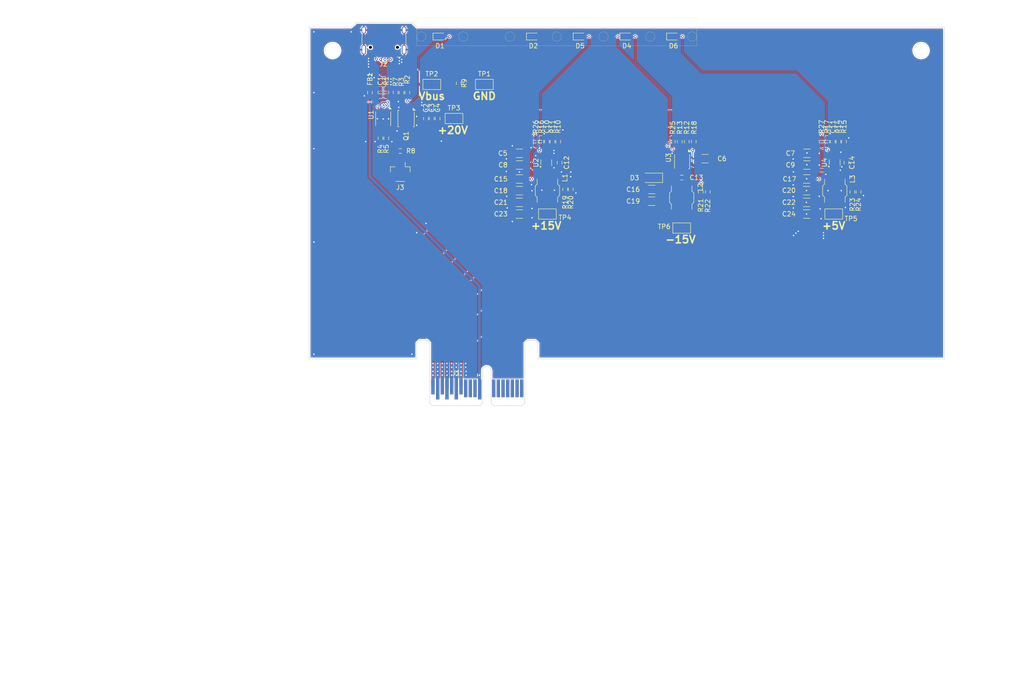
<source format=kicad_pcb>
(kicad_pcb (version 20241229) (generator "pcbnew") (generator_version "9.0")
  (title_block (title "Power Supply Module Reference PCB") (date "2025-08-12") (rev "A") (company "by Circuit Monkey") (comment 1 "for ASMR :: Advanced Synth Module Rack") (comment 2 "Slot Card Module Reference for a Power Supply"))
  (layers (0 "F.Cu" signal) (2 "B.Cu" signal) (13 "F.Paste" user) (15 "B.Paste" user) (5 "F.SilkS" user "F.Silkscreen") (7 "B.SilkS" user "B.Silkscreen") (1 "F.Mask" user) (3 "B.Mask" user) (25 "Edge.Cuts" user))
  (net 0 "")
  (net 1 "GND_CH")
  (net 2 "Net-(U1-Vin)")
  (net 3 "+20V")
  (net 4 "Net-(U2-SS)")
  (net 5 "Net-(U4-SS)")
  (net 6 "Net-(U2-SW)")
  (net 7 "Net-(U2-BST)")
  (net 8 "+5V")
  (net 9 "Net-(U4-BST)")
  (net 10 "+15V")
  (net 11 "Net-(D1-A)")
  (net 12 "Net-(D2-A)")
  (net 13 "GNDS")
  (net 14 "Net-(U1-D-)")
  (net 15 "Net-(U1-D+)")
  (net 16 "-15V")
  (net 17 "Net-(J3-Pin_2)")
  (net 18 "Net-(J3-Pin_1)")
  (net 19 "Net-(Q1-G)")
  (net 20 "Net-(U1-VSET)")
  (net 21 "Net-(U1-ISET)")
  (net 22 "Net-(U2-FB)")
  (net 23 "Net-(U4-FB)")
  (net 24 "Net-(U3-FB)")
  (net 46 "Net-(J2-CC2)")
  (net 47 "Net-(J2-CC1)")
  (net 48 "/SW5")
  (net 49 "/PG15N")
  (net 50 "/PG15P")
  (net 51 "/PG5")
  (net 52 "/EN15P")
  (net 53 "/EN15N")
  (net 54 "/EN5")
  (net 55 "/FB15P")
  (net 56 "/FB5")
  (net 57 "/FB15N")
  (net 58 "/SW15N")
  (net 59 "/BST15N")
  (net 63 "/SHIELD")
  (net 64 "/Vbus")
  (footprint "CM_Inductor:SRN5040" (layer "F.Cu") (at 161.75 80.5 -90)
    (property "Reference" "L2")
    (property "Value" "15uH")
  )
  (footprint "CM_Resistor_Capacitor:R_0603_1608Metric" (layer "F.Cu") (at 165.825 79.25 90)
    (property "Reference" "R21")
    (property "Value" "177K")
  )
  (footprint "CM_Resistor_Capacitor:R_0603_1608Metric" (layer "F.Cu") (at 114 56 -90)
    (property "Reference" "R9")
    (property "Value" "1.8K")
  )
  (footprint "Package_DFN_QFN:DFN-8-1EP_3x3mm_P0.65mm_EP1.55x2.4mm" (layer "F.Cu") (at 161.825 72.75 -90)
    (property "Reference" "U3")
    (property "Value" "MCP1365")
  )
  (footprint "Connector_JST:JST_SH_BM02B-SRSS-TB_1x02-1MP_P1.00mm_Vertical" (layer "F.Cu") (at 101.5 75 180)
    (property "Reference" "J3")
    (property "Value" "PWR-SW")
  )
  (footprint "CM_Resistor_Capacitor:R_0603_1608Metric" (layer "F.Cu") (at 195.3 68.5 -90)
    (property "Reference" "R14")
    (property "Value" "500K")
  )
  (footprint "CM_Resistor_Capacitor:R_0603_1608Metric" (layer "F.Cu") (at 199.6 79.275 -90)
    (property "Reference" "R24")
    (property "Value" "10.0K")
  )
  (footprint "CM_Resistor_Capacitor:C_0603_1608Metric" (layer "F.Cu") (at 97.25 57.975 90)
    (property "Reference" "C1")
    (property "Value" "1uF/50V")
  )
  (footprint "TestPoint:TestPoint_Keystone_5015_Micro_Mini" (layer "F.Cu") (at 119.5 56.25)
    (property "Reference" "TP1")
    (property "Value" "GND")
  )
  (footprint "CM_Resistor_Capacitor:R_0603_1608Metric" (layer "F.Cu") (at 101.75 58 -90)
    (property "Reference" "R3")
    (property "Value" "49.9K")
  )
  (footprint "Capacitor_SMD:C_1206_3216Metric" (layer "F.Cu") (at 127 81.5 180)
    (property "Reference" "C21")
    (property "Value" "10uF")
  )
  (footprint "CM_Resistor_Capacitor:C_0603_1608Metric" (layer "F.Cu") (at 109.5 63.55 90)
    (property "Reference" "C4")
    (property "Value" "4.7uF/50V")
  )
  (footprint "Diode_SMD:D_SMF" (layer "F.Cu") (at 155.3025 76.25 180)
    (property "Reference" "D3")
    (property "Value" "60V")
  )
  (footprint "TestPoint:TestPoint_Keystone_5015_Micro_Mini" (layer "F.Cu") (at 194.3 84)
    (property "Reference" "TP5")
    (property "Value" "+5V")
  )
  (footprint "CM_Resistor_Capacitor:C_0603_1608Metric" (layer "F.Cu") (at 108.25 63.55 90)
    (property "Reference" "C3")
    (property "Value" "4.7uF/50V")
  )
  (footprint "CM_Resistor_Capacitor:R_0603_1608Metric" (layer "F.Cu") (at 159.825 68.5 90)
    (property "Reference" "R25")
    (property "Value" "1.8K")
  )
  (footprint "Capacitor_SMD:C_1206_3216Metric" (layer "F.Cu") (at 127 84 180)
    (property "Reference" "C23")
    (property "Value" "10uF")
  )
  (footprint "CM_Resistor_Capacitor:R_0603_1608Metric" (layer "F.Cu") (at 196.5 68.5 90)
    (property "Reference" "R15")
    (property "Value" "49.9K")
  )
  (footprint "Capacitor_SMD:C_1206_3216Metric" (layer "F.Cu") (at 155.325 81.25 180)
    (property "Reference" "C19")
    (property "Value" "10uF")
  )
  (footprint "Connector_USB:USB_C_Receptacle_HCTL_HC-TYPE-C-16P-01A" (layer "F.Cu") (at 98 45.7 180)
    (property "Reference" "J2")
    (property "Value" "USB_C_Receptacle_USB2.0_14P")
  )
  (footprint "CM_Resistor_Capacitor:R_0603_1608Metric" (layer "F.Cu") (at 167.325 79.25 -90)
    (property "Reference" "R22")
    (property "Value" "10.0K")
  )
  (footprint "CM_Resistor_Capacitor:R_0603_1608Metric" (layer "F.Cu") (at 98.5 67.775 -90)
    (property "Reference" "R5")
    (property "Value" "NS")
  )
  (footprint "CM_Resistor_Capacitor:R_0603_1608Metric" (layer "F.Cu") (at 100.5 57.975 90)
    (property "Reference" "R7")
    (property "Value" "5.1K")
  )
  (footprint "LED_SMD:LED_0603_1608Metric" (layer "F.Cu") (at 160 46)
    (property "Reference" "D6")
    (property "Value" "GRN")
  )
  (footprint "CM_Inductor:SRN5040" (layer "F.Cu") (at 133 79 -90)
    (property "Reference" "L1")
    (property "Value" "15uH")
  )
  (footprint "LED_SMD:LED_0603_1608Metric" (layer "F.Cu") (at 110 46)
    (property "Reference" "D1")
    (property "Value" "BLU")
  )
  (footprint "LED_SMD:LED_0603_1608Metric" (layer "F.Cu") (at 150 46)
    (property "Reference" "D4")
    (property "Value" "GRN")
  )
  (footprint "CM_Resistor_Capacitor:R_0603_1608Metric" (layer "F.Cu") (at 103 58 -90)
    (property "Reference" "R2")
    (property "Value" "1.8K")
  )
  (footprint "CM_Resistor_Capacitor:R_0603_1608Metric" (layer "F.Cu") (at 192.9 68.5 90)
    (property "Reference" "R17")
    (property "Value" "10.0K")
  )
  (footprint "TestPoint:TestPoint_Keystone_5015_Micro_Mini" (layer "F.Cu") (at 161.75 87)
    (property "Reference" "TP6")
    (property "Value" "-15V")
  )
  (footprint "CM_Inductor:SRN5040" (layer "F.Cu") (at 194.525 79 -90)
    (property "Reference" "L3")
    (property "Value" "10uH")
  )
  (footprint "CM_Resistor_Capacitor:R_0603_1608Metric" (layer "F.Cu") (at 97.25 67.775 -90)
    (property "Reference" "R4")
    (property "Value" "NS")
  )
  (footprint "CM_Resistor_Capacitor:R_0603_1608Metric" (layer "F.Cu") (at 95 58 -90)
    (property "Reference" "FB1")
    (property "Value" "100@1M")
  )
  (footprint "Package_TO_SOT_SMD:SOT-583-8" (layer "F.Cu") (at 132.75 73 90)
    (property "Reference" "U2")
    (property "Value" "MP2328C")
  )
  (footprint "CM_Resistor_Capacitor:R_0603_1608Metric" (layer "F.Cu") (at 198.3 79.275 90)
    (property "Reference" "R23")
    (property "Value" "90.9K")
  )
  (footprint "TestPoint:TestPoint_Keystone_5015_Micro_Mini" (layer "F.Cu") (at 113 63.55)
    (property "Reference" "TP3")
    (property "Value" "+20V")
  )
  (footprint "CM_Resistor_Capacitor:C_0603_1608Metric" (layer "F.Cu") (at 132.9 68.5 90)
    (property "Reference" "C10")
    (property "Value" "22nF")
  )
  (footprint "CM_Resistor_Capacitor:R_0603_1608Metric" (layer "F.Cu") (at 191.7 68.5 90)
    (property "Reference" "R27")
    (property "Value" "680R")
  )
  (footprint "Capacitor_SMD:C_1206_3216Metric" (layer "F.Cu") (at 127 73.5 180)
    (property "Reference" "C8")
    (property "Value" "10uF")
  )
  (footprint "CM_Resistor_Capacitor:R_0603_1608Metric" (layer "F.Cu") (at 138 78.725 -90)
    (property "Reference" "R20")
    (property "Value" "8.2K")
  )
  (footprint "Capacitor_SMD:C_1206_3216Metric" (layer "F.Cu") (at 188.5 79 180)
    (property "Reference" "C20")
    (property "Value" "10uF")
  )
  (footprint "Capacitor_SMD:C_1206_3216Metric" (layer "F.Cu") (at 188.5 76.5 180)
    (property "Reference" "C17")
    (property "Value" "10uF")
  )
  (footprint "Capacitor_SMD:C_1206_3216Metric" (layer "F.Cu") (at 188.5 81.5 180)
    (property "Reference" "C22")
    (property "Value" "10uF")
  )
  (footprint "CM_Resistor_Capacitor:C_0603_1608Metric" (layer "F.Cu") (at 107 63.55 90)
    (property "Reference" "C2")
    (property "Value" "4.7uF/50V")
  )
  (footprint "CM_Resistor_Capacitor:C_0603_1608Metric" (layer "F.Cu") (at 135.6 73 -90)
    (property "Reference" "C12")
    (property "Value" "0.1uF")
  )
  (footprint "Package_SON:VSON-8_3.3x3.3mm_P0.65mm_NexFET" (layer "F.Cu") (at 102.75 63.55 -90)
    (property "Reference" "Q1")
    (property "Value" "DMP3036SFV")
  )
  (footprint "CM_Resistor_Capacitor:R_0603_1608Metric" (layer "F.Cu") (at 135.3 68.5 -90)
    (property "Reference" "R10")
    (property "Value" "500K")
  )
  (footprint "LED_SMD:LED_0603_1608Metric" (layer "F.Cu") (at 140 46)
    (property "Reference" "D5")
    (property "Value" "GRN")
  )
  (footprint "CM_Resistor_Capacitor:R_0603_1608Metric" (layer "F.Cu") (at 134.1 68.5 90)
    (property "Reference" "R11")
    (property "Value" "49.9K")
  )
  (footprint "Capacitor_SMD:C_1206_3216Metric" (layer "F.Cu") (at 188.5 84 180)
    (property "Reference" "C24")
    (property "Value" "10uF")
  )
  (footprint "TestPoint:TestPoint_Keystone_5015_Micro_Mini" (layer "F.Cu") (at 133 84)
    (property "Reference" "TP4")
    (property "Value" "+15V")
  )
  (footprint "Package_DFN_QFN:DFN-10-1EP_3x3mm_P0.5mm_EP1.65x2.38mm" (layer "F.Cu") (at 97.845 63.6 -90)
    (property "Reference" "U1")
    (property "Value" "HUSB238")
  )
  (footprint "CM_Resistor_Capacitor:R_0603_1608Metric" (layer "F.Cu") (at 131.7 68.5 90)
    (property "Reference" "R16")
    (property "Value" "10.0K")
  )
  (footprint "Capacitor_SMD:C_1206_3216Metric" (layer "F.Cu") (at 127 79 180)
    (property "Reference" "C18")
    (property "Value" "10uF")
  )
  (footprint "CM_Resistor_Capacitor:R_0603_1608Metric" (layer "F.Cu") (at 98.5 57.975 -90)
    (property "Reference" "R1")
    (property "Value" "10R")
  )
  (footprint "CM_Resistor_Capacitor:C_0603_1608Metric" (layer "F.Cu") (at 194.1 68.5 90)
    (property "Reference" "C11")
    (property "Value" "22nF")
  )
  (footprint "CM_Resistor_Capacitor:R_0603_1608Metric" (layer "F.Cu") (at 161.331667 68.5 90)
    (property "Reference" "R13")
    (property "Value" "27K")
  )
  (footprint "Capacitor_SMD:C_1206_3216Metric" (layer "F.Cu") (at 188.55 71 180)
    (property "Reference" "C7")
    (property "Value" "10uF")
  )
  (footprint "CM_Resistor_Capacitor:R_0603_1608Metric" (layer "F.Cu") (at 101.5 70.5 180)
    (property "Reference" "R8")
    (property "Value" "0R")
  )
  (footprint "Capacitor_SMD:C_1206_3216Metric" (layer "F.Cu") (at 166.75 72.15)
    (property "Reference" "C6")
    (property "Value" "10uF/50V")
  )
  (footprint "CM_Resistor_Capacitor:C_0603_1608Metric" (layer "F.Cu") (at 197 73 -90)
    (property "Reference" "C14")
    (property "Value" "0.1uF")
  )
  (footprint "LED_SMD:LED_0603_1608Metric" (layer "F.Cu") (at 130 46)
    (property "Reference" "D2")
    (property "Value" "BLU")
  )
  (footprint "CM_Resistor_Capacitor:R_0603_1608Metric" (layer "F.Cu") (at 130.5 68.5 90)
    (property "Reference" "R26")
    (property "Value" "1.8K")
  )
  (footprint "CM_Resistor_Capacitor:R_0603_1608Metric" (layer "F.Cu") (at 136.8 78.725 90)
    (property "Reference" "R19")
    (property "Value" "237K")
  )
  (footprint "TestPoint:TestPoint_Keystone_5015_Micro_Mini" (layer "F.Cu") (at 108.25 56.25)
    (property "Reference" "TP2")
    (property "Value" "Vbus")
  )
  (footprint "Capacitor_SMD:C_1206_3216Metric" (layer "F.Cu") (at 127 71 180)
    (property "Reference" "C5")
    (property "Value" "10uF")
  )
  (footprint "Capacitor_SMD:C_1206_3216Metric" (layer "F.Cu") (at 155.325 78.75 180)
    (property "Reference" "C16")
    (property "Value" "10uF")
  )
  (footprint "CM_Resistor_Capacitor:R_0603_1608Metric" (layer "F.Cu") (at 162.818333 68.5 -90)
    (property "Reference" "R12")
    (property "Value" "500K")
  )
  (footprint "Capacitor_SMD:C_1206_3216Metric" (layer "F.Cu") (at 127 76.5 180)
    (property "Reference" "C15")
    (property "Value" "10uF")
  )
  (footprint "CM_Resistor_Capacitor:C_0603_1608Metric" (layer "F.Cu") (at 161.775 76.2)
    (property "Reference" "C13")
    (property "Value" "0.1uF")
  )
  (footprint "Capacitor_SMD:C_1206_3216Metric" (layer "F.Cu") (at 188.55 73.5 180)
    (property "Reference" "C9")
    (property "Value" "10uF")
  )
  (footprint "Package_TO_SOT_SMD:SOT-583-8" (layer "F.Cu") (at 194.5 72.975 90)
    (property "Reference" "U4")
    (property "Value" "MP2328C")
  )
  (footprint "CM_Connector_Edge:ASMR-Edge-36" (layer "F.Cu") (at 120 116.6)
    (property "Reference" "J1")
    (property "Value" "~")
    (fp_line (start -12.15 -1.6) (end -12.15 7.9) (stroke (width 0.1)) (layer "Edge.Cuts"))
    (fp_line (start -12.15 7.9) (end -11.65 8.4) (stroke (width 0.1)) (layer "Edge.Cuts"))
    (fp_line (start -11.65 8.4) (end -1.45 8.4) (stroke (width 0.1)) (layer "Edge.Cuts"))
    (fp_line (start -0.95 0.95) (end -0.95 7.9) (stroke (width 0.1)) (layer "Edge.Cuts"))
    (fp_line (start -0.95 7.9) (end -1.45 8.4) (stroke (width 0.1)) (layer "Edge.Cuts"))
    (fp_line (start 0.95 0.95) (end 0.95 7.9) (stroke (width 0.1)) (layer "Edge.Cuts"))
    (fp_line (start 0.95 7.9) (end 1.45 8.4) (stroke (width 0.1)) (layer "Edge.Cuts"))
    (fp_line (start 1.45 8.4) (end 7.65 8.4) (stroke (width 0.1)) (layer "Edge.Cuts"))
    (fp_line (start 8.15 -1.6) (end 8.15 7.9) (stroke (width 0.1)) (layer "Edge.Cuts"))
    (fp_line (start 8.15 7.9) (end 7.65 8.4) (stroke (width 0.1)) (layer "Edge.Cuts"))
    (fp_arc (start -0.95 0.95) (mid 0 0) (end 0.95 0.95) (stroke (width 0.1)) (layer "Edge.Cuts"))
  )
  (footprint "CM_Resistor_Capacitor:R_0603_1608Metric" (layer "F.Cu") (at 164.325 68.5 -90)
    (property "Reference" "R18")
    (property "Value" "0R")
  )
  (gr_circle (center 164 46) (end 165 46) (stroke (width 0.03)) (fill no) (layer "F.SilkS"))
  (gr_circle (center 145 46) (end 146 46) (stroke (width 0.03)) (fill no) (layer "F.SilkS"))
  (gr_circle (center 106 46) (end 106 45) (stroke (width 0.03)) (fill no) (layer "F.SilkS"))
  (gr_circle (center 125 46) (end 126 46) (stroke (width 0.03)) (fill no) (layer "F.SilkS"))
  (gr_rect (start 105 42) (end 165 48) (stroke (width 0.03)) (fill no) (layer "F.SilkS"))
  (gr_circle (center 115 46) (end 116 46) (stroke (width 0.03)) (fill no) (layer "F.SilkS"))
  (gr_circle (center 135 46) (end 136 46) (stroke (width 0.03)) (fill no) (layer "F.SilkS"))
  (gr_circle (center 155 46) (end 156 46) (stroke (width 0.03)) (fill no) (layer "F.SilkS"))
  (gr_line (start 107.85 115) (end 107.85 111.6) (stroke (width 0.1)) (layer "Edge.Cuts"))
  (gr_line (start 218 44) (end 218 115) (stroke (width 0.1)) (layer "Edge.Cuts"))
  (gr_circle (center 87 49) (end 88.6 49) (stroke (width 0.05)) (fill no) (layer "Edge.Cuts"))
  (gr_line (start 82 44) (end 91 44) (stroke (width 0.1)) (layer "Edge.Cuts"))
  (gr_line (start 105 44) (end 218 44) (stroke (width 0.1)) (layer "Edge.Cuts"))
  (gr_line (start 128.15 111.6) (end 128.15 115) (stroke (width 0.1)) (layer "Edge.Cuts"))
  (gr_line (start 107.275 111) (end 105.6 111) (stroke (width 0.1)) (layer "Edge.Cuts"))
  (gr_line (start 105.6 111) (end 105 111.6) (stroke (width 0.1)) (layer "Edge.Cuts"))
  (gr_line (start 105 115) (end 82 115) (stroke (width 0.1)) (layer "Edge.Cuts"))
  (gr_line (start 105 111.6) (end 105 115) (stroke (width 0.1)) (layer "Edge.Cuts"))
  (gr_line (start 104 43) (end 105 44) (stroke (width 0.1)) (layer "Edge.Cuts"))
  (gr_line (start 131 111.6) (end 130.4 111) (stroke (width 0.1)) (layer "Edge.Cuts"))
  (gr_line (start 82 115) (end 82 44) (stroke (width 0.1)) (layer "Edge.Cuts"))
  (gr_line (start 91 44) (end 92.1 43) (stroke (width 0.1)) (layer "Edge.Cuts"))
  (gr_line (start 130.4 111) (end 128.8 111) (stroke (width 0.1)) (layer "Edge.Cuts"))
  (gr_line (start 92.1 43) (end 104 43) (stroke (width 0.1)) (layer "Edge.Cuts"))
  (gr_line (start 107.85 111.6) (end 107.275 111) (stroke (width 0.1)) (layer "Edge.Cuts"))
  (gr_circle (center 213 49) (end 214.6 49) (stroke (width 0.05)) (fill no) (layer "Edge.Cuts"))
  (gr_line (start 128.8 111) (end 128.15 111.6) (stroke (width 0.1)) (layer "Edge.Cuts"))
  (gr_line (start 131 115) (end 131 111.6) (stroke (width 0.1)) (layer "Edge.Cuts"))
  (gr_line (start 218 115) (end 131 115) (stroke (width 0.1)) (layer "Edge.Cuts"))
  (segment (start 161.7 82.5) (end 158.05 82.5) (width 1) (layer "F.Cu") (net 1))
  (segment (start 161.75 82.55) (end 161.7 82.5) (width 1) (layer "F.Cu") (net 1))
  (segment (start 156.8 81.25) (end 156.8 78.75) (width 1) (layer "F.Cu") (net 1))
  (segment (start 158.05 82.5) (end 156.8 81.25) (width 1) (layer "F.Cu") (net 1))
  (via (at 109.5 61.6) (size 0.6) (drill 0.3) (layers "F.Cu" "B.Cu") (net 1))
  (via (at 134.4 70.4) (size 0.6) (drill 0.3) (layers "F.Cu" "B.Cu") (net 1))
  (via (at 188.54 73.45) (size 0.6) (drill 0.3) (layers "F.Cu" "B.Cu") (net 1))
  (via (at 195.91 78.98) (size 0.6) (drill 0.3) (layers "F.Cu" "B.Cu") (net 1))
  (via (at 124.4 82.7) (size 0.6) (drill 0.3) (layers "F.Cu" "B.Cu") (net 1))
  (via (at 97.845 63.64) (size 0.6) (drill 0.3) (layers "F.Cu" "B.Cu") (net 1))
  (via (at 131.8 78.9) (size 0.6) (drill 0.3) (layers "F.Cu" "B.Cu") (net 1))
  (via (at 111.5 118.5) (size 0.6) (drill 0.3) (layers "F.Cu" "B.Cu") (net 1))
  (via (at 94.7 50.7) (size 0.6) (drill 0.3) (layers "F.Cu" "B.Cu") (net 1))
  (via (at 108.2 61.7) (size 0.6) (drill 0.3) (layers "F.Cu" "B.Cu") (net 1))
  (via (at 111.5 117.7) (size 0.6) (drill 0.3) (layers "F.Cu" "B.Cu") (net 1))
  (via (at 185.66 82.72) (size 0.6) (drill 0.3) (layers "F.Cu" "B.Cu") (net 1))
  (via (at 129.5 69.8) (size 0.6) (drill 0.3) (layers "F.Cu" "B.Cu") (net 1))
  (via (at 138 75) (size 0.6) (drill 0.3) (layers "F.Cu" "B.Cu") (net 1))
  (via (at 159.7 71) (size 0.6) (drill 0.3) (layers "F.Cu" "B.Cu") (net 1))
  (via (at 196.8 82.6) (size 0.6) (drill 0.3) (layers "F.Cu" "B.Cu") (net 1))
  (via (at 113.5 118.5) (size 0.6) (drill 0.3) (layers "F.Cu" "B.Cu") (net 1))
  (via (at 191.2 80.2) (size 0.6) (drill 0.3) (layers "F.Cu" "B.Cu") (net 1))
  (via (at 134.5 78.9) (size 0.6) (drill 0.3) (layers "F.Cu" "B.Cu") (net 1))
  (via (at 95.9 54.8) (size 0.6) (drill 0.3) (layers "F.Cu" "B.Cu") (net 1))
  (via (at 93.8 58.7) (size 0.6) (drill 0.3) (layers "F.Cu" "B.Cu") (net 1))
  (via (at 110.3 68.4) (size 0.6) (drill 0.3) (layers "F.Cu" "B.Cu") (net 1))
  (via (at 101.174461 61.169529) (size 0.6) (drill 0.3) (layers "F.Cu" "B.Cu") (net 1))
  (via (at 101.07458 59.92542) (size 0.6) (drill 0.3) (layers "F.Cu" "B.Cu") (net 1))
  (via (at 106.1 60.1) (size 0.6) (drill 0.3) (layers "F.Cu" "B.Cu") (net 1))
  (via (at 107 86) (size 0.6) (drill 0.3) (layers "F.Cu" "B.Cu") (net 1))
  (via (at 191.6 85) (size 0.6) (drill 0.3) (layers "F.Cu" "B.Cu") (net 1))
  (via (at 129.7 79) (size 0.6) (drill 0.3) (layers "F.Cu" "B.Cu") (net 1))
  (via (at 105 63.1) (size 0.6) (drill 0.3) (layers "F.Cu" "B.Cu") (net 1))
  (via (at 99.7 68.5) (size 0.6) (drill 0.3) (layers "F.Cu" "B.Cu") (net 1))
  (via (at 106.1 60.7) (size 0.6) (drill 0.3) (layers "F.Cu" "B.Cu") (net 1))
  (via (at 125.5 69.4) (size 0.6) (drill 0.3) (layers "F.Cu" "B.Cu") (net 1))
  (via (at 186.2 88.1) (size 0.6) (drill 0.3) (layers "F.Cu" "B.Cu") (net 1))
  (via (at 185.67 74.96) (size 0.6) (drill 0.3) (layers "F.Cu" "B.Cu") (net 1))
  (via (at 191.22 73.51) (size 0.6) (drill 0.3) (layers "F.Cu" "B.Cu") (net 1))
  (via (at 109.5 116) (size 0.6) (drill 0.3) (layers "F.Cu" "B.Cu") (net 1))
  (via (at 185.7 88.6) (size 0.6) (drill 0.3) (layers "F.Cu" "B.Cu") (net 1))
  (via (at 100.8 66.2) (size 0.6) (drill 0.3) (layers "F.Cu" "B.Cu") (net 1))
  (via (at 136 75) (size 0.6) (drill 0.3) (layers "F.Cu" "B.Cu") (net 1))
  (via (at 192.1 88.6) (size 0.6) (drill 0.3) (layers "F.Cu" "B.Cu") (net 1))
  (via (at 124.2 74.9) (size 0.6) (drill 0.3) (layers "F.Cu" "B.Cu") (net 1))
  (via (at 132.3 66.8) (size 0.6) (drill 0.3) (layers "F.Cu" "B.Cu") (net 1))
  (via (at 185.62 77.77) (size 0.6) (drill 0.3) (layers "F.Cu" "B.Cu") (net 1))
  (via (at 101.8 50.9) (size 0.6) (drill 0.3) (layers "F.Cu" "B.Cu") (net 1))
  (via (at 185.63 80.26) (size 0.6) (drill 0.3) (layers "F.Cu" "B.Cu") (net 1))
  (via (at 101.3 50.6) (size 0.6) (drill 0.3) (layers "F.Cu" "B.Cu") (net 1))
  (via (at 200.67 80.04) (size 0.6) (drill 0.3) (layers "F.Cu" "B.Cu") (net 1))
  (via (at 107 61.6) (size 0.6) (drill 0.3) (layers "F.Cu" "B.Cu") (net 1))
  (via (at 188.5 76.45) (size 0.6) (drill 0.3) (layers "F.Cu" "B.Cu") (net 1))
  (via (at 109.5 117.7) (size 0.6) (drill 0.3) (layers "F.Cu" "B.Cu") (net 1))
  (via (at 115.6 118.5) (size 0.6) (drill 0.3) (layers "F.Cu" "B.Cu") (net 1))
  (via (at 188.57 70.93) (size 0.6) (drill 0.3) (layers "F.Cu" "B.Cu") (net 1))
  (via (at 192.6 75.5) (size 0.6) (drill 0.3) (layers "F.Cu" "B.Cu") (net 1))
  (via (at 192.1 88) (size 0.6) (drill 0.3) (layers "F.Cu" "B.Cu") (net 1))
  (via (at 94.7 51.3) (size 0.6) (drill 0.3) (layers "F.Cu" "B.Cu") (net 1))
  (via (at 99.5 55.1) (size 0.6) (drill 0.3) (layers "F.Cu" "B.Cu") (net 1))
  (via (at 99 63.6) (size 0.6) (drill 0.3) (layers "F.Cu" "B.Cu") (net 1))
  (via (at 83 70) (size 0.6) (drill 0.3) (layers "F.Cu" "B.Cu") (net 1))
  (via (at 124.3 80.2) (size 0.6) (drill 0.3) (layers "F.Cu" "B.Cu") (net 1))
  (via (at 124.2 72.2) (size 0.6) (drill 0.3) (layers "F.Cu" "B.Cu") (net 1))
  (via (at 129.6 77.7) (size 0.6) (drill 0.3) (layers "F.Cu" "B.Cu") (net 1))
  (via (at 101.8 51.5) (size 0.6) (drill 0.3) (layers "F.Cu" "B.Cu") (net 1))
  (via (at 191.2 71.01) (size 0.6) (drill 0.3) (layers "F.Cu" "B.Cu") (net 1))
  (via (at 94.7 51.9) (size 0.6) (drill 0.3) (layers "F.Cu" "B.Cu") (net 1))
  (via (at 185.63 72.22) (size 0.6) (drill 0.3) (layers "F.Cu" "B.Cu") (net 1))
  (via (at 188.46 78.97) (size 0.6) (drill 0.3) (layers "F.Cu" "B.Cu") (net 1))
  (via (at 83 45) (size 0.6) (drill 0.3) (layers "F.Cu" "B.Cu") (net 1))
  (via (at 109.5 118.5) (size 0.6) (drill 0.3) (layers "F.Cu" "B.Cu") (net 1))
  (via (at 113.5 117.7) (size 0.6) (drill 0.3) (layers "F.Cu" "B.Cu") (net 1))
  (via (at 192.1 89.2) (size 0.6) (drill 0.3) (layers "F.Cu" "B.Cu") (net 1))
  (via (at 95.4 54.4) (size 0.6) (drill 0.3) (layers "F.Cu" "B.Cu") (net 1))
  (via (at 111.5 116.8) (size 0.6) (drill 0.3) (layers "F.Cu" "B.Cu") (net 1))
  (via (at 186.7 87.7) (size 0.6) (drill 0.3) (layers "F.Cu" "B.Cu") (net 1))
  (via (at 104 114) (size 0.6) (drill 0.3) (layers "F.Cu" "B.Cu") (net 1))
  (via (at 193.5 66.8) (size 0.6) (drill 0.3) (layers "F.Cu" "B.Cu") (net 1))
  (via (at 99.5 56.3) (size 0.6) (drill 0.3) (layers "F.Cu" "B.Cu") (net 1))
  (via (at 91 45) (size 0.6) (drill 0.3) (layers "F.Cu" "B.Cu") (net 1))
  (via (at 111.5 116) (size 0.6) (drill 0.3) (layers "F.Cu" "B.Cu") (net 1))
  (via (at 197.5 67.7) (size 0.6) (drill 0.3) (layers "F.Cu" "B.Cu") (net 1))
  (via (at 191.4 82.9) (size 0.6) (drill 0.3) (layers "F.Cu" "B.Cu") (net 1))
  (via (at 115.6 117.7) (size 0.6) (drill 0.3) (layers "F.Cu" "B.Cu") (net 1))
  (via (at 83 114) (size 0.6) (drill 0.3) (layers "F.Cu" "B.Cu") (net 1))
  (via (at 136.3 66) (size 0.6) (drill 0.3) (layers "F.Cu" "B.Cu") (net 1))
  (via (at 99.5 55.7) (size 0.6) (drill 0.3) (layers "F.Cu" "B.Cu") (net 1))
  (via (at 113.5 116) (size 0.6) (drill 0.3) (layers "F.Cu" "B.Cu") (net 1))
  (via (at 127 75) (size 0.6) (drill 0.3) (layers "F.Cu" "B.Cu") (net 1))
  (via (at 125.5 85.6) (size 0.6) (drill 0.3) (layers "F.Cu" "B.Cu") (net 1))
  (via (at 129.7 82.8) (size 0.6) (drill 0.3) (layers "F.Cu" "B.Cu") (net 1))
  (via (at 139.1 79.5) (size 0.6) (drill 0.3) (layers "F.Cu" "B.Cu") (net 1))
  (via (at 109.5 116.8) (size 0.6) (drill 0.3) (layers "F.Cu" "B.Cu") (net 1))
  (via (at 113.5 116.8) (size 0.6) (drill 0.3) (layers "F.Cu" "B.Cu") (net 1))
  (via (at 196.02 73.89) (size 0.6) (drill 0.3) (layers "F.Cu" "B.Cu") (net 1))
  (via (at 134.4 71) (size 0.6) (drill 0.3) (layers "F.Cu" "B.Cu") (net 1))
  (via (at 115.5 116) (size 0.6) (drill 0.3) (layers "F.Cu" "B.Cu") (net 1))
  (via (at 94.7 52.5) (size 0.6) (drill 0.3) (layers "F.Cu" "B.Cu") (net 1))
  (via (at 130.5 71.5) (size 0.6) (drill 0.3) (layers "F.Cu" "B.Cu") (net 1))
  (via (at 195.81 70.76) (size 0.6) (drill 0.3) (layers "F.Cu" "B.Cu") (net 1))
  (via (at 105 65) (size 0.6) (drill 0.3) (layers "F.Cu" "B.Cu") (net 1))
  (via (at 195.71 74.62) (size 0.6) (drill 0.3) (layers "F.Cu" "B.Cu") (net 1))
  (via (at 134.4 74.1) (size 0.6) (drill 0.3) (layers "F.Cu" "B.Cu") (net 1))
  (via (at 94.9 54) (size 0.6) (drill 0.3) (layers "F.Cu" "B.Cu") (net 1))
  (via (at 83 58) (size 0.6) (drill 0.3) (layers "F.Cu" "B.Cu") (net 1))
  (via (at 83 90) (size 0.6) (drill 0.3) (layers "F.Cu" "B.Cu") (net 1))
  (via (at 101.3 51.8) (size 0.6) (drill 0.3) (layers "F.Cu" "B.Cu") (net 1))
  (via (at 105 88) (size 0.6) (drill 0.3) (layers "F.Cu" "B.Cu") (net 1))
  (via (at 96.1 68.5) (size 0.6) (drill 0.3) (layers "F.Cu" "B.Cu") (net 1))
  (via (at 188.44 81.5) (size 0.6) (drill 0.3) (layers "F.Cu" "B.Cu") (net 1))
  (via (at 138 76) (size 0.6) (drill 0.3) (layers "F.Cu" "B.Cu") (net 1))
  (via (at 193.08 78.99) (size 0.6) (drill 0.3) (layers "F.Cu" "B.Cu") (net 1))
  (via (at 188.47 83.98) (size 0.6) (drill 0.3) (layers "F.Cu" "B.Cu") (net 1))
  (via (at 96.6 63.6) (size 0.6) (drill 0.3) (layers "F.Cu" "B.Cu") (net 1))
  (via (at 115.5 116.8) (size 0.6) (drill 0.3) (layers "F.Cu" "B.Cu") (net 1))
  (via (at 129.7 84.8) (size 0.6) (drill 0.3) (layers "F.Cu" "B.Cu") (net 1))
  (via (at 101.3 51.2) (size 0.6) (drill 0.3) (layers "F.Cu" "B.Cu") (net 1))
  (via (at 94.1 68.5) (size 0.6) (drill 0.3) (layers "F.Cu" "B.Cu") (net 1))
  (segment (start 111.5 121.55) (end 111.5 116) (width 0.4) (layer "B.Cu") (net 1))
  (segment (start 109.5 121.55) (end 109.5 116) (width 0.4) (layer "B.Cu") (net 1))
  (segment (start 113.5 121.55) (end 113.5 116) (width 0.4) (layer "B.Cu") (net 1))
  (segment (start 99.4 59.6) (end 99.4 61.595) (width 0.16) (layer "F.Cu") (net 2))
  (segment (start 98.55 58.75) (end 99.4 59.6) (width 0.16) (layer "F.Cu") (net 2))
  (segment (start 99.4 61.595) (end 98.845 62.15) (width 0.16) (layer "F.Cu") (net 2))
  (segment (start 98.5 58.75) (end 97.25 58.75) (width 0.16) (layer "F.Cu") (net 2))
  (segment (start 98.5 58.75) (end 98.55 58.75) (width 0.16) (layer "F.Cu") (net 2))
  (segment (start 194.25 74.3) (end 193.95 74.6) (width 0.3) (layer "F.Cu") (net 3))
  (segment (start 190.025 71) (end 190.025 73.5) (width 1) (layer "F.Cu") (net 3))
  (segment (start 132.5 73.74) (end 132.5 74.3) (width 0.3) (layer "F.Cu") (net 3))
  (segment (start 102.75 63.935) (end 102.75 63.95) (width 0.4) (layer "F.Cu") (net 3))
  (segment (start 102.75 64.05) (end 102.5 64.3) (width 0.4) (layer "F.Cu") (net 3))
  (segment (start 195.3 66.7) (end 194.2 65.6) (width 0.16) (layer "F.Cu") (net 3))
  (segment (start 102.75 63.935) (end 102.75 64.05) (width 0.4) (layer "F.Cu") (net 3))
  (segment (start 135.3 67.725) (end 135.3 64.4) (width 0.2) (layer "F.Cu") (net 3))
  (segment (start 103.1 64.3) (end 103.1 66.3) (width 0.4) (layer "F.Cu") (net 3))
  (segment (start 162.818333 67.725) (end 164.6 65.943333) (width 0.16) (layer "F.Cu") (net 3))
  (segment (start 190.78 74.6) (end 193.95 74.6) (width 0.6) (layer "F.Cu") (net 3))
  (segment (start 162.8 71.2) (end 163.2 71.2) (width 0.3) (layer "F.Cu") (net 3))
  (segment (start 103.7 64.885) (end 103.7 66.3) (width 0.4) (layer "F.Cu") (net 3))
  (segment (start 128.475 73.5) (end 128.475 71) (width 1) (layer "F.Cu") (net 3))
  (segment (start 190.025 73.5) (end 190.025 73.845) (width 0.6) (layer "F.Cu") (net 3))
  (segment (start 194.25 73.715) (end 194.25 74.3) (width 0.3) (layer "F.Cu") (net 3))
  (segment (start 163.2 71.2) (end 164.15 72.15) (width 0.3) (layer "F.Cu") (net 3))
  (segment (start 190.21 68.5) (end 190.025 68.315) (width 0.16) (layer "F.Cu") (net 3))
  (segment (start 132.5 74.3) (end 131.8 75) (width 0.3) (layer "F.Cu") (net 3))
  (segment (start 102.4 64.4) (end 102.4 66.3) (width 0.4) (layer "F.Cu") (net 3))
  (segment (start 165.275 70.325) (end 166.1 69.5) (width 1) (layer "F.Cu") (net 3))
  (segment (start 128.475 68.225) (end 128.5 68.2) (width 1) (layer "F.Cu") (net 3))
  (segment (start 114 56.775) (end 114 62.1) (width 0.16) (layer "F.Cu") (net 3))
  (segment (start 128.475 71) (end 128.475 68.225) (width 1) (layer "F.Cu") (net 3))
  (segment (start 102.065 63.935) (end 101.8 64.2) (width 0.4) (layer "F.Cu") (net 3))
  (segment (start 102.5 64.3) (end 102.4 64.4) (width 0.4) (layer "F.Cu") (net 3))
  (segment (start 128.475 73.5) (end 129.6 73.5) (width 1) (layer "F.Cu") (net 3))
  (segment (start 102.75 63.935) (end 103.7 64.885) (width 0.4) (layer "F.Cu") (net 3))
  (segment (start 165.275 72.15) (end 165.275 70.325) (width 1) (layer "F.Cu") (net 3))
  (segment (start 190.025 71) (end 190.025 68.315) (width 1) (layer "F.Cu") (net 3))
  (segment (start 101.8 64.2) (end 101.8 66.3) (width 0.4) (layer "F.Cu") (net 3))
  (segment (start 131.1 75) (end 131.8 75) (width 0.8) (layer "F.Cu") (net 3))
  (segment (start 195.3 67.725) (end 194.965 68.06) (width 0.16) (layer "F.Cu") (net 3))
  (segment (start 195.3 67.725) (end 195.3 66.7) (width 0.16) (layer "F.Cu") (net 3))
  (segment (start 135.3 64.4) (end 134.5 63.6) (width 0.2) (layer "F.Cu") (net 3))
  (segment (start 102.75 63.95) (end 103.1 64.3) (width 0.4) (layer "F.Cu") (net 3))
  (segment (start 194.2 65.6) (end 189.8 65.6) (width 0.16) (layer "F.Cu") (net 3))
  (segment (start 102.75 63.935) (end 102.065 63.935) (width 0.4) (layer "F.Cu") (net 3))
  (segment (start 190.025 73.845) (end 190.78 74.6) (width 0.6) (layer "F.Cu") (net 3))
  (segment (start 129.6 73.5) (end 131.1 75) (width 1) (layer "F.Cu") (net 3))
  (segment (start 164.15 72.15) (end 165.275 72.15) (width 0.3) (layer "F.Cu") (net 3))
  (via (at 108.5 116) (size 0.6) (drill 0.3) (layers "F.Cu" "B.Cu") (net 3))
  (via (at 108.5 116.8) (size 0.6) (drill 0.3) (layers "F.Cu" "B.Cu") (net 3))
  (via (at 108.5 117.7) (size 0.6) (drill 0.3) (layers "F.Cu" "B.Cu") (net 3))
  (via (at 108.5 118.5) (size 0.6) (drill 0.3) (layers "F.Cu" "B.Cu") (net 3))
  (segment (start 108.5 121) (end 108.5 116) (width 0.6) (layer "B.Cu") (net 3))
  (segment (start 132.5 72.26) (end 132.5 70.3) (width 0.16) (layer "F.Cu") (net 4))
  (segment (start 132.9 69.9) (end 132.9 69.275) (width 0.16) (layer "F.Cu") (net 4))
  (segment (start 132.5 70.3) (end 132.9 69.9) (width 0.16) (layer "F.Cu") (net 4))
  (segment (start 194.25 70.025) (end 194.1 69.875) (width 0.2) (layer "F.Cu") (net 5))
  (segment (start 194.25 72.235) (end 194.25 70.025) (width 0.2) (layer "F.Cu") (net 5))
  (segment (start 194.1 69.875) (end 194.1 69.275) (width 0.2) (layer "F.Cu") (net 5))
  (segment (start 134.8 73) (end 133.343082 73) (width 0.3) (layer "F.Cu") (net 6))
  (segment (start 133 73.343082) (end 133 73.74) (width 0.3) (layer "F.Cu") (net 6))
  (segment (start 133 76.95) (end 133 75.1) (width 1) (layer "F.Cu") (net 6))
  (segment (start 135.575 73.775) (end 134.8 73) (width 0.3) (layer "F.Cu") (net 6))
  (segment (start 133.343082 73) (end 133 73.343082) (width 0.3) (layer "F.Cu") (net 6))
  (segment (start 133 73.74) (end 133 75.1) (width 0.3) (layer "F.Cu") (net 6))
  (segment (start 135.6 73.775) (end 135.575 73.775) (width 0.3) (layer "F.Cu") (net 6))
  (segment (start 133.535 72.225) (end 133.5 72.26) (width 0.16) (layer "F.Cu") (net 7))
  (segment (start 135.6 72.225) (end 133.535 72.225) (width 0.16) (layer "F.Cu") (net 7))
  (segment (start 198.3 80.05) (end 198.25 80.05) (width 0.16) (layer "F.Cu") (net 8))
  (segment (start 189.975 84) (end 189.975 87.175) (width 1) (layer "F.Cu") (net 8))
  (segment (start 194.3 84) (end 189.975 84) (width 0.6) (layer "F.Cu") (net 8))
  (segment (start 190 87.2) (end 189.975 87.175) (width 1) (layer "F.Cu") (net 8))
  (segment (start 194.525 83.775) (end 194.3 84) (width 0.6) (layer "F.Cu") (net 8))
  (segment (start 189.975 76.5) (end 191.1 76.5) (width 0.16) (layer "F.Cu") (net 8))
  (segment (start 197.25 81.05) (end 194.525 81.05) (width 0.16) (layer "F.Cu") (net 8))
  (segment (start 189.975 81.5) (end 189.975 84) (width 1) (layer "F.Cu") (net 8))
  (segment (start 191.5 81.5) (end 189.975 81.5) (width 1) (layer "F.Cu") (net 8))
  (segment (start 194.525 81.05) (end 191.95 81.05) (width 1) (layer "F.Cu") (net 8))
  (segment (start 191.7 66.9) (end 191.7 67.725) (width 0.16) (layer "F.Cu") (net 8))
  (segment (start 189.975 79) (end 189.975 81.5) (width 1) (layer "F.Cu") (net 8))
  (segment (start 198.25 80.05) (end 197.25 81.05) (width 0.16) (layer "F.Cu") (net 8))
  (segment (start 191.95 81.05) (end 191.5 81.5) (width 1) (layer "F.Cu") (net 8))
  (segment (start 189.975 76.5) (end 189.975 79) (width 1) (layer "F.Cu") (net 8))
  (via (at 114.5 116) (size 0.6) (drill 0.3) (layers "F.Cu" "B.Cu") (net 8))
  (via (at 114.5 116.8) (size 0.6) (drill 0.3) (layers "F.Cu" "B.Cu") (net 8))
  (via (at 191.1 76.5) (size 0.6) (drill 0.3) (layers "F.Cu" "B.Cu") (net 8))
  (via (at 114.5 117.7) (size 0.6) (drill 0.3) (layers "F.Cu" "B.Cu") (net 8))
  (via (at 114.5 118.5) (size 0.6) (drill 0.3) (layers "F.Cu" "B.Cu") (net 8))
  (via (at 191.7 66.9) (size 0.6) (drill 0.3) (layers "F.Cu" "B.Cu") (net 8))
  (segment (start 191.1 75.8) (end 191.7 75.2) (width 0.16) (layer "B.Cu") (net 8))
  (segment (start 191.761 75.139) (end 191.761 66.961) (width 0.16) (layer "B.Cu") (net 8))
  (segment (start 191.761 66.961) (end 191.7 66.9) (width 0.16) (layer "B.Cu") (net 8))
  (segment (start 191.1 76.5) (end 191.1 75.8) (width 0.16) (layer "B.Cu") (net 8))
  (segment (start 114.5 121) (end 114.5 116) (width 0.6) (layer "B.Cu") (net 8))
  (segment (start 191.7 75.2) (end 191.761 75.139) (width 0.16) (layer "B.Cu") (net 8))
  (segment (start 195.26 72.225) (end 195.25 72.235) (width 0.3) (layer "F.Cu") (net 9))
  (segment (start 197 72.225) (end 195.26 72.225) (width 0.3) (layer "F.Cu") (net 9))
  (segment (start 133 84) (end 128.475 84) (width 0.3) (layer "F.Cu") (net 10))
  (segment (start 128.475 76.5) (end 128.475 79) (width 1) (layer "F.Cu") (net 10))
  (segment (start 130.5 67.060003) (end 130.5 67.725) (width 0.16) (layer "F.Cu") (net 10))
  (segment (start 130.3 66.9) (end 130.339997 66.9) (width 0.16) (layer "F.Cu") (net 10))
  (segment (start 136.45 81.05) (end 136.8 80.7) (width 0.3) (layer "F.Cu") (net 10))
  (segment (start 128.475 79) (end 128.475 81.5) (width 1) (layer "F.Cu") (net 10))
  (segment (start 129.6 76.5) (end 128.475 76.5) (width 0.16) (layer "F.Cu") (net 10))
  (segment (start 128.475 81.5) (end 128.475 84) (width 1) (layer "F.Cu") (net 10))
  (segment (start 133 81.05) (end 130.55 81.05) (width 1) (layer "F.Cu") (net 10))
  (segment (start 136.8 80.7) (end 136.8 79.5) (width 0.3) (layer "F.Cu") (net 10))
  (segment (start 128.475 86.175) (end 128.5 86.2) (width 1) (layer "F.Cu") (net 10))
  (segment (start 128.475 84) (end 128.475 86.175) (width 1) (layer "F.Cu") (net 10))
  (segment (start 133 81.05) (end 136.45 81.05) (width 0.3) (layer "F.Cu") (net 10))
  (segment (start 130.339997 66.9) (end 130.5 67.060003) (width 0.16) (layer "F.Cu") (net 10))
  (segment (start 130.1 81.5) (end 128.475 81.5) (width 1) (layer "F.Cu") (net 10))
  (segment (start 130.55 81.05) (end 130.1 81.5) (width 1) (layer "F.Cu") (net 10))
  (via (at 110.5 118.5) (size 0.6) (drill 0.3) (layers "F.Cu" "B.Cu") (net 10))
  (via (at 110.5 117.7) (size 0.6) (drill 0.3) (layers "F.Cu" "B.Cu") (net 10))
  (via (at 110.5 116.8) (size 0.6) (drill 0.3) (layers "F.Cu" "B.Cu") (net 10))
  (via (at 110.5 116) (size 0.6) (drill 0.3) (layers "F.Cu" "B.Cu") (net 10))
  (via (at 130.3 66.9) (size 0.6) (drill 0.3) (layers "F.Cu" "B.Cu") (net 10))
  (via (at 129.6 76.5) (size 0.6) (drill 0.3) (layers "F.Cu" "B.Cu") (net 10))
  (segment (start 129.6 70.9) (end 129.6 76.5) (width 0.16) (layer "B.Cu") (net 10))
  (segment (start 130.3 66.9) (end 130.3 70.2) (width 0.16) (layer "B.Cu") (net 10))
  (segment (start 130.3 70.2) (end 129.6 70.9) (width 0.16) (layer "B.Cu") (net 10))
  (segment (start 110.5 121) (end 110.5 116) (width 0.6) (layer "B.Cu") (net 10))
  (segment (start 103 58.775) (end 103 59.8) (width 0.16) (layer "F.Cu") (net 11))
  (segment (start 112 46) (end 110.7875 46) (width 0.16) (layer "F.Cu") (net 11))
  (via (at 103 59.8) (size 0.6) (drill 0.3) (layers "F.Cu" "B.Cu") (net 11))
  (via (at 112 46) (size 0.6) (drill 0.3) (layers "F.Cu" "B.Cu") (net 11))
  (segment (start 108.6 47.4) (end 110.6 47.4) (width 0.16) (layer "B.Cu") (net 11))
  (segment (start 105.4 50.6) (end 108.6 47.4) (width 0.16) (layer "B.Cu") (net 11))
  (segment (start 105.4 50.8) (end 105.4 50.6) (width 0.16) (layer "B.Cu") (net 11))
  (segment (start 104.8 59.1) (end 105.4 58.5) (width 0.16) (layer "B.Cu") (net 11))
  (segment (start 104.1 59.8) (end 104.8 59.1) (width 0.16) (layer "B.Cu") (net 11))
  (segment (start 105.4 58.5) (end 105.4 50.8) (width 0.16) (layer "B.Cu") (net 11))
  (segment (start 103 59.8) (end 104.1 59.8) (width 0.16) (layer "B.Cu") (net 11))
  (segment (start 110.6 47.4) (end 112 46) (width 0.16) (layer "B.Cu") (net 11))
  (segment (start 116.6 51.1) (end 129.1 51.1) (width 0.16) (layer "F.Cu") (net 12))
  (segment (start 129.1 51.1) (end 130.7875 49.4125) (width 0.16) (layer "F.Cu") (net 12))
  (segment (start 114 55.225) (end 114 53.7) (width 0.16) (layer "F.Cu") (net 12))
  (segment (start 130.7875 49.4125) (end 130.7875 46) (width 0.16) (layer "F.Cu") (net 12))
  (segment (start 114 53.7) (end 116.6 51.1) (width 0.16) (layer "F.Cu") (net 12))
  (segment (start 118.5 121.55) (end 118.5 118.551) (width 0.4) (layer "F.Cu") (net 13))
  (segment (start 95 58.775) (end 95 60) (width 0.6) (layer "F.Cu") (net 13))
  (segment (start 118.5 118.551) (end 118.449 118.5) (width 0.4) (layer "F.Cu") (net 13))
  (via (at 95 60) (size 0.6) (drill 0.3) (layers "F.Cu" "B.Cu") (net 13))
  (via (at 118.449 118.5) (size 0.6) (drill 0.3) (layers "F.Cu" "B.Cu") (net 13))
  (segment (start 118.449 99.449) (end 95 76) (width 0.6) (layer "B.Cu") (net 13))
  (segment (start 118.449 118.5) (end 118.449 121.55) (width 0.6) (layer "B.Cu") (net 13))
  (segment (start 95 76) (end 95 60) (width 0.6) (layer "B.Cu") (net 13))
  (segment (start 118.449 118.5) (end 118.449 99.449) (width 0.6) (layer "B.Cu") (net 13))
  (segment (start 97.874902 61.042571) (end 97.938555 61.042571) (width 0.16) (layer "F.Cu") (net 14))
  (segment (start 97.634 50.394741) (end 97.634 50.566) (width 0.16) (layer "F.Cu") (net 14))
  (segment (start 97.845 61.072473) (end 97.874902 61.042571) (width 0.16) (layer "F.Cu") (net 14))
  (segment (start 97.845 62.19) (end 97.845 61.072473) (width 0.16) (layer "F.Cu") (net 14))
  (segment (start 97.634 50.566) (end 97.3 50.9) (width 0.16) (layer "F.Cu") (net 14))
  (segment (start 97.75 49.445) (end 97.75 50.278741) (width 0.16) (layer "F.Cu") (net 14))
  (segment (start 97.3 51.2) (end 97.3 50.9) (width 0.16) (layer "F.Cu") (net 14))
  (segment (start 98.75 50.314182) (end 98.864991 50.429173) (width 0.16) (layer "F.Cu") (net 14))
  (segment (start 98.864991 50.429173) (end 98.864991 51.123376) (width 0.16) (layer "F.Cu") (net 14))
  (segment (start 97.75 50.278741) (end 97.634 50.394741) (width 0.16) (layer "F.Cu") (net 14))
  (segment (start 98.864991 51.123376) (end 98.488367 51.5) (width 0.16) (layer "F.Cu") (net 14))
  (segment (start 98.488367 51.5) (end 97.6 51.5) (width 0.16) (layer "F.Cu") (net 14))
  (segment (start 97.6 51.5) (end 97.3 51.2) (width 0.16) (layer "F.Cu") (net 14))
  (segment (start 97.938555 61.042571) (end 97.979 61.002126) (width 0.16) (layer "F.Cu") (net 14))
  (segment (start 98.75 49.445) (end 98.75 50.314182) (width 0.16) (layer "F.Cu") (net 14))
  (via (at 97.3 50.9) (size 0.6) (drill 0.3) (layers "F.Cu" "B.Cu") (net 14))
  (via (at 97.979 61.002126) (size 0.6) (drill 0.3) (layers "F.Cu" "B.Cu") (net 14))
  (segment (start 97.6 60.3) (end 97.6 51.5) (width 0.16) (layer "B.Cu") (net 14))
  (segment (start 97.979 61.002126) (end 97.9 60.923126) (width 0.16) (layer "B.Cu") (net 14))
  (segment (start 97.5 51.1) (end 97.3 50.9) (width 0.16) (layer "B.Cu") (net 14))
  (segment (start 97.6 51.5) (end 97.5 51.4) (width 0.16) (layer "B.Cu") (net 14))
  (segment (start 97.9 60.923126) (end 97.9 60.6) (width 0.16) (layer "B.Cu") (net 14))
  (segment (start 97.5 51.4) (end 97.5 51.1) (width 0.16) (layer "B.Cu") (net 14))
  (segment (start 97.9 60.6) (end 97.6 60.3) (width 0.16) (layer "B.Cu") (net 14))
  (segment (start 97.3 48.4) (end 97.3 49.395) (width 0.16) (layer "F.Cu") (net 15))
  (segment (start 97.5 48.2) (end 97.3 48.4) (width 0.16) (layer "F.Cu") (net 15))
  (segment (start 98.25 49.445) (end 98.25 48.35) (width 0.16) (layer "F.Cu") (net 15))
  (segment (start 97.3 49.395) (end 97.25 49.445) (width 0.16) (layer "F.Cu") (net 15))
  (segment (start 98.25 50.880991) (end 98.230991 50.9) (width 0.16) (layer "F.Cu") (net 15))
  (segment (start 98.345 62.19) (end 98.345 61.532738) (width 0.16) (layer "F.Cu") (net 15))
  (segment (start 98.25 48.35) (end 98.1 48.2) (width 0.16) (layer "F.Cu") (net 15))
  (segment (start 98.25 49.445) (end 98.25 50.880991) (width 0.16) (layer "F.Cu") (net 15))
  (segment (start 98.829141 61.048597) (end 98.829141 60.857356) (width 0.16) (layer "F.Cu") (net 15))
  (segment (start 98.1 48.2) (end 97.5 48.2) (width 0.16) (layer "F.Cu") (net 15))
  (segment (start 98.345 61.532738) (end 98.829141 61.048597) (width 0.16) (layer "F.Cu") (net 15))
  (via (at 98.829141 60.857356) (size 0.6) (drill 0.3) (layers "F.Cu" "B.Cu") (net 15))
  (via (at 98.230991 50.9) (size 0.6) (drill 0.3) (layers "F.Cu" "B.Cu") (net 15))
  (segment (start 98.829141 60.857356) (end 98.626744 60.857356) (width 0.16) (layer "B.Cu") (net 15))
  (segment (start 97.921 51.679) (end 98.230991 51.369009) (width 0.16) (layer "B.Cu") (net 15))
  (segment (start 98.626744 60.857356) (end 97.921 60.151612) (width 0.16) (layer "B.Cu") (net 15))
  (segment (start 98.230991 51.369009) (end 98.230991 50.9) (width 0.16) (layer "B.Cu") (net 15))
  (segment (start 97.921 60.151612) (end 97.921 51.679) (width 0.16) (layer "B.Cu") (net 15))
  (segment (start 153.8525 74.1475) (end 153.8525 76.25) (width 1) (layer "F.Cu") (net 16))
  (segment (start 153.85 78.75) (end 153.85 76.2525) (width 1) (layer "F.Cu") (net 16))
  (segment (start 155.25 72.75) (end 153.8525 74.1475) (width 1) (layer "F.Cu") (net 16))
  (segment (start 153.85 76.2525) (end 153.8525 76.25) (width 1) (layer "F.Cu") (net 16))
  (segment (start 158.8 69.4) (end 158.8 72.55) (width 0.16) (layer "F.Cu") (net 16))
  (segment (start 161.331667 67.725) (end 161.175 67.725) (width 0.16) (layer "F.Cu") (net 16))
  (segment (start 160.85 73.1) (end 160.5 72.75) (width 0.3) (layer "F.Cu") (net 16))
  (segment (start 165.7 87) (end 161.75 87) (width 0.3) (layer "F.Cu") (net 16))
  (segment (start 155.8 84.8) (end 153.9 84.8) (width 0.3) (layer "F.Cu") (net 16))
  (segment (start 148.1 46) (end 149.2125 46) (width 0.16) (layer "F.Cu") (net 16))
  (segment (start 161.175 67.725) (end 160.4 68.5) (width 0.16) (layer "F.Cu") (net 16))
  (segment (start 167.325 80.025) (end 167.325 85.375) (width 0.3) (layer "F.Cu") (net 16))
  (segment (start 158.6 72.75) (end 158.4 72.75) (width 0.16) (layer "F.Cu") (net 16))
  (segment (start 153.85 81.25) (end 153.85 82.95) (width 1) (layer "F.Cu") (net 16))
  (segment (start 158.4 72.75) (end 155.25 72.75) (width 1) (layer "F.Cu") (net 16))
  (segment (start 158.8 72.55) (end 158.6 72.75) (width 0.16) (layer "F.Cu") (net 16))
  (segment (start 160.85 74.3) (end 160.85 73.1) (width 0.3) (layer "F.Cu") (net 16))
  (segment (start 167 73.6) (end 164.2 73.6) (width 0.6) (layer "F.Cu") (net 16))
  (segment (start 153.85 82.95) (end 153.9 83) (width 1) (layer "F.Cu") (net 16))
  (segment (start 161.825 72.75) (end 158.4 72.75) (width 1) (layer "F.Cu") (net 16))
  (segment (start 167.325 85.375) (end 165.7 87) (width 0.3) (layer "F.Cu") (net 16))
  (segment (start 158 87) (end 155.8 84.8) (width 0.3) (layer "F.Cu") (net 16))
  (segment (start 164.2 73.6) (end 163.35 72.75) (width 0.6) (layer "F.Cu") (net 16))
  (segment (start 161.75 87) (end 158 87) (width 0.3) (layer "F.Cu") (net 16))
  (segment (start 163.35 72.75) (end 161.825 72.75) (width 0.6) (layer "F.Cu") (net 16))
  (segment (start 168.225 72.375) (end 167 73.6) (width 0.6) (layer "F.Cu") (net 16))
  (segment (start 159.2 68.5) (end 158.8 68.9) (width 0.16) (layer "F.Cu") (net 16))
  (segment (start 158.8 68.9) (end 158.8 69.4) (width 0.16) (layer "F.Cu") (net 16))
  (segment (start 153.85 81.25) (end 153.85 78.75) (width 1) (layer "F.Cu") (net 16))
  (segment (start 160.4 68.5) (end 159.2 68.5) (width 0.16) (layer "F.Cu") (net 16))
  (segment (start 168.225 72.15) (end 168.225 72.375) (width 0.6) (layer "F.Cu") (net 16))
  (via (at 112.5 116.8) (size 0.6) (drill 0.3) (layers "F.Cu" "B.Cu") (net 16))
  (via (at 112.5 117.7) (size 0.6) (drill 0.3) (layers "F.Cu" "B.Cu") (net 16))
  (via (at 112.5 116) (size 0.6) (drill 0.3) (layers "F.Cu" "B.Cu") (net 16))
  (via (at 148.1 46) (size 0.6) (drill 0.3) (layers "F.Cu" "B.Cu") (net 16))
  (via (at 112.5 118.5) (size 0.6) (drill 0.3) (layers "F.Cu" "B.Cu") (net 16))
  (via (at 158.8 69.4) (size 0.6) (drill 0.3) (layers "F.Cu" "B.Cu") (net 16))
  (segment (start 159.079 59.079) (end 148.1 48.1) (width 0.16) (layer "B.Cu") (net 16))
  (segment (start 158.8 69.4) (end 159.079 69.121) (width 0.16) (layer "B.Cu") (net 16))
  (segment (start 112.5 121) (end 112.5 116) (width 0.6) (layer "B.Cu") (net 16))
  (segment (start 159.079 69.121) (end 159.079 59.079) (width 0.16) (layer "B.Cu") (net 16))
  (segment (start 148.1 48.1) (end 148.1 46) (width 0.16) (layer "B.Cu") (net 16))
  (segment (start 98.845 65.09) (end 98.845 66.097548) (width 0.16) (layer "F.Cu") (net 17))
  (segment (start 101 72.2) (end 100.725 71.925) (width 0.16) (layer "F.Cu") (net 17))
  (segment (start 98.845 66.097548) (end 100.725 67.977548) (width 0.16) (layer "F.Cu") (net 17))
  (segment (start 101 73.675) (end 101 72.2) (width 0.16) (layer "F.Cu") (net 17))
  (segment (start 100.725 67.977548) (end 100.725 70.5) (width 0.16) (layer "F.Cu") (net 17))
  (segment (start 100.725 71.925) (end 100.725 70.5) (width 0.16) (layer "F.Cu") (net 17))
  (segment (start 99.62 57.655001) (end 99.62 59.366037) (width 0.16) (layer "F.Cu") (net 18))
  (segment (start 100.2 67) (end 102.275 69.075) (width 0.16) (layer "F.Cu") (net 18))
  (segment (start 102.275 72.025) (end 102.275 70.5) (width 0.16) (layer "F.Cu") (net 18))
  (segment (start 100.2 61.647548) (end 100.2 67) (width 0.16) (layer "F.Cu") (net 18))
  (segment (start 102 73.675) (end 102 72.3) (width 0.16) (layer "F.Cu") (net 18))
  (segment (start 99.721 61.168548) (end 100.2 61.647548) (width 0.16) (layer "F.Cu") (net 18))
  (segment (start 99.62 59.366037) (end 99.721 59.467038) (width 0.16) (layer "F.Cu") (net 18))
  (segment (start 102 72.3) (end 102.275 72.025) (width 0.16) (layer "F.Cu") (net 18))
  (segment (start 100.075001 57.2) (end 99.62 57.655001) (width 0.16) (layer "F.Cu") (net 18))
  (segment (start 100.5 57.2) (end 100.075001 57.2) (width 0.16) (layer "F.Cu") (net 18))
  (segment (start 102.275 69.075) (end 102.275 70.5) (width 0.16) (layer "F.Cu") (net 18))
  (segment (start 99.721 59.467038) (end 99.721 61.168548) (width 0.16) (layer "F.Cu") (net 18))
  (segment (start 100.5 58.75) (end 101.725 58.75) (width 0.16) (layer "F.Cu") (net 19))
  (segment (start 101.78 62.11) (end 101.78 58.805) (width 0.16) (layer "F.Cu") (net 19))
  (segment (start 101.725 58.75) (end 101.75 58.775) (width 0.16) (layer "F.Cu") (net 19))
  (segment (start 101.78 58.805) (end 101.75 58.775) (width 0.16) (layer "F.Cu") (net 19))
  (segment (start 97.845 66.405) (end 97.25 67) (width 0.16) (layer "F.Cu") (net 20))
  (segment (start 97.845 65.05) (end 97.845 66.405) (width 0.16) (layer "F.Cu") (net 20))
  (segment (start 98.5 67) (end 98.345 66.845) (width 0.16) (layer "F.Cu") (net 21))
  (segment (start 98.345 66.845) (end 98.345 65.05) (width 0.16) (layer "F.Cu") (net 21))
  (segment (start 132 72.26) (end 132 70.2) (width 0.16) (layer "F.Cu") (net 22))
  (segment (start 131.7 69.9) (end 131.7 69.275) (width 0.16) (layer "F.Cu") (net 22))
  (segment (start 132 70.2) (end 131.7 69.9) (width 0.16) (layer "F.Cu") (net 22))
  (segment (start 193.75 70.15) (end 192.9 69.3) (width 0.2) (layer "F.Cu") (net 23))
  (segment (start 192.9 69.3) (end 192.9 69.275) (width 0.2) (layer "F.Cu") (net 23))
  (segment (start 193.75 72.235) (end 193.75 70.15) (width 0.2) (layer "F.Cu") (net 23))
  (segment (start 160.6 68.9) (end 160.6 69.8) (width 0.16) (layer "F.Cu") (net 24))
  (segment (start 161 68.5) (end 160.6 68.9) (width 0.16) (layer "F.Cu") (net 24))
  (segment (start 161.5 70.7) (end 161.5 71.2) (width 0.16) (layer "F.Cu") (net 24))
  (segment (start 164.325 67.725) (end 164.275 67.725) (width 0.16) (layer "F.Cu") (net 24))
  (segment (start 163.5 68.5) (end 161 68.5) (width 0.16) (layer "F.Cu") (net 24))
  (segment (start 164.275 67.725) (end 163.5 68.5) (width 0.16) (layer "F.Cu") (net 24))
  (segment (start 160.6 69.8) (end 161.5 70.7) (width 0.16) (layer "F.Cu") (net 24))
  (segment (start 96.845 62.19) (end 96.845 61.195999) (width 0.16) (layer "F.Cu") (net 46))
  (segment (start 96.25 50.669291) (end 96.397368 50.816659) (width 0.16) (layer "F.Cu") (net 46))
  (segment (start 96.845 61.195999) (end 96.711974 61.062973) (width 0.16) (layer "F.Cu") (net 46))
  (segment (start 96.25 49.445) (end 96.25 50.669291) (width 0.16) (layer "F.Cu") (net 46))
  (via (at 96.397368 50.816659) (size 0.6) (drill 0.3) (layers "F.Cu" "B.Cu") (net 46))
  (via (at 96.711974 61.062973) (size 0.6) (drill 0.3) (layers "F.Cu" "B.Cu") (net 46))
  (segment (start 96.397368 51.197368) (end 96.397368 50.816659) (width 0.16) (layer "B.Cu") (net 46))
  (segment (start 97.279 52.079) (end 96.397368 51.197368) (width 0.16) (layer "B.Cu") (net 46))
  (segment (start 96.711974 61.062973) (end 97.279 60.495947) (width 0.16) (layer "B.Cu") (net 46))
  (segment (start 97.279 60.495947) (end 97.279 52.079) (width 0.16) (layer "B.Cu") (net 46))
  (segment (start 97.345 60.455) (end 97.7 60.1) (width 0.16) (layer "F.Cu") (net 47))
  (segment (start 99.25 50.751009) (end 99.419226 50.920235) (width 0.16) (layer "F.Cu") (net 47))
  (segment (start 97.345 62.19) (end 97.345 60.455) (width 0.16) (layer "F.Cu") (net 47))
  (segment (start 99.25 49.445) (end 99.25 50.751009) (width 0.16) (layer "F.Cu") (net 47))
  (segment (start 97.7 60.1) (end 98.766 60.1) (width 0.16) (layer "F.Cu") (net 47))
  (via (at 98.766 60.1) (size 0.6) (drill 0.3) (layers "F.Cu" "B.Cu") (net 47))
  (via (at 99.419226 50.920235) (size 0.6) (drill 0.3) (layers "F.Cu" "B.Cu") (net 47))
  (segment (start 98.766 60.1) (end 98.4 60.1) (width 0.16) (layer "B.Cu") (net 47))
  (segment (start 98.242 59.942) (end 98.242 52.097461) (width 0.16) (layer "B.Cu") (net 47))
  (segment (start 98.242 52.097461) (end 99.419226 50.920235) (width 0.16) (layer "B.Cu") (net 47))
  (segment (start 98.4 60.1) (end 98.242 59.942) (width 0.16) (layer "B.Cu") (net 47))
  (segment (start 194.525 75.475) (end 194.75 75.25) (width 1) (layer "F.Cu") (net 48))
  (segment (start 196.175 72.95) (end 195.1 72.95) (width 0.3) (layer "F.Cu") (net 48))
  (segment (start 194.525 76.95) (end 194.525 75.475) (width 1) (layer "F.Cu") (net 48))
  (segment (start 194.75 73.3) (end 194.75 73.715) (width 0.3) (layer "F.Cu") (net 48))
  (segment (start 195.1 72.95) (end 194.75 73.3) (width 0.3) (layer "F.Cu") (net 48))
  (segment (start 197 73.775) (end 196.175 72.95) (width 0.3) (layer "F.Cu") (net 48))
  (segment (start 194.75 73.715) (end 194.75 75.25) (width 0.3) (layer "F.Cu") (net 48))
  (segment (start 160.5 70.4) (end 160.1 70.4) (width 0.16) (layer "F.Cu") (net 49))
  (segment (start 150.7875 46) (end 151.8 46) (width 0.16) (layer "F.Cu") (net 49))
  (segment (start 160.1 70.4) (end 159.825 70.125) (width 0.16) (layer "F.Cu") (net 49))
  (segment (start 160.85 71.2) (end 160.85 70.75) (width 0.16) (layer "F.Cu") (net 49))
  (segment (start 160.85 70.75) (end 160.5 70.4) (width 0.16) (layer "F.Cu") (net 49))
  (segment (start 159.825 70.1) (end 159.825 69.275) (width 0.16) (layer "F.Cu") (net 49))
  (segment (start 159.825 70.125) (end 159.825 70.1) (width 0.16) (layer "F.Cu") (net 49))
  (via (at 151.8 46) (size 0.6) (drill 0.3) (layers "F.Cu" "B.Cu") (net 49))
  (via (at 159.825 70.1) (size 0.6) (drill 0.3) (layers "F.Cu" "B.Cu") (net 49))
  (segment (start 151.8 46) (end 151.8 51.346038) (width 0.16) (layer "B.Cu") (net 49))
  (segment (start 159.4 69.675) (end 159.825 70.1) (width 0.16) (layer "B.Cu") (net 49))
  (segment (start 151.8 51.346038) (end 159.4 58.946038) (width 0.16) (layer "B.Cu") (net 49))
  (segment (start 159.4 58.946038) (end 159.4 69.675) (width 0.16) (layer "B.Cu") (net 49))
  (segment (start 131.3 72.9) (end 132 73.6) (width 0.16) (layer "F.Cu") (net 50))
  (segment (start 130.5 69.6) (end 131.3 70.4) (width 0.16) (layer "F.Cu") (net 50))
  (segment (start 132 73.6) (end 132 73.74) (width 0.16) (layer "F.Cu") (net 50))
  (segment (start 131.3 70.4) (end 131.3 72.9) (width 0.16) (layer "F.Cu") (net 50))
  (segment (start 130.5 69.275) (end 130.5 69.6) (width 0.16) (layer "F.Cu") (net 50))
  (segment (start 141.9 46) (end 140.7875 46) (width 0.16) (layer "F.Cu") (net 50))
  (via (at 131.3 70.4) (size 0.6) (drill 0.3) (layers "F.Cu" "B.Cu") (net 50))
  (via (at 141.9 46) (size 0.6) (drill 0.3) (layers "F.Cu" "B.Cu") (net 50))
  (segment (start 131.5 58.1) (end 141.9 47.7) (width 0.16) (layer "B.Cu") (net 50))
  (segment (start 131.3 70.4) (end 131.5 70.2) (width 0.16) (layer "B.Cu") (net 50))
  (segment (start 131.5 70.2) (end 131.5 58.1) (width 0.16) (layer "B.Cu") (net 50))
  (segment (start 141.9 47.7) (end 141.9 46) (width 0.16) (layer "B.Cu") (net 50))
  (segment (start 191.9 70) (end 191.7 69.8) (width 0.16) (layer "F.Cu") (net 51))
  (segment (start 193.8 73.5) (end 193.7 73.5) (width 0.16) (layer "F.Cu") (net 51))
  (segment (start 193.8 73.665) (end 193.8 73.5) (width 0.16) (layer "F.Cu") (net 51))
  (segment (start 192.7 70) (end 191.9 70) (width 0.16) (layer "F.Cu") (net 51))
  (segment (start 193.7 73.5) (end 193.2 73) (width 0.16) (layer "F.Cu") (net 51))
  (segment (start 161.9 46) (end 160.7875 46) (width 0.16) (layer "F.Cu") (net 51))
  (segment (start 193.2 70.5) (end 192.95 70.25) (width 0.16) (layer "F.Cu") (net 51))
  (segment (start 193.2 73) (end 193.2 70.5) (width 0.16) (layer "F.Cu") (net 51))
  (segment (start 191.7 69.8) (end 191.7 69.275) (width 0.16) (layer "F.Cu") (net 51))
  (segment (start 192.95 70.25) (end 192.7 70) (width 0.16) (layer "F.Cu") (net 51))
  (segment (start 193.75 73.715) (end 193.8 73.665) (width 0.16) (layer "F.Cu") (net 51))
  (via (at 192.95 70.25) (size 0.6) (drill 0.3) (layers "F.Cu" "B.Cu") (net 51))
  (via (at 161.9 46) (size 0.6) (drill 0.3) (layers "F.Cu" "B.Cu") (net 51))
  (segment (start 166.1 53.6) (end 162.4 49.9) (width 0.16) (layer "B.Cu") (net 51))
  (segment (start 192.7 70) (end 192.7 60) (width 0.16) (layer "B.Cu") (net 51))
  (segment (start 192.7 60) (end 186.3 53.6) (width 0.16) (layer "B.Cu") (net 51))
  (segment (start 162.4 49.9) (end 161.9 49.4) (width 0.16) (layer "B.Cu") (net 51))
  (segment (start 192.95 70.25) (end 192.7 70) (width 0.16) (layer "B.Cu") (net 51))
  (segment (start 186.3 53.6) (end 168.1 53.6) (width 0.16) (layer "B.Cu") (net 51))
  (segment (start 168.1 53.6) (end 166.1 53.6) (width 0.16) (layer "B.Cu") (net 51))
  (segment (start 161.9 49.4) (end 161.9 46) (width 0.16) (layer "B.Cu") (net 51))
  (segment (start 133 70.375) (end 134.1 69.275) (width 0.16) (layer "F.Cu") (net 52))
  (segment (start 134.1 69.275) (end 135.3 69.275) (width 0.16) (layer "F.Cu") (net 52))
  (segment (start 133 72.26) (end 133 70.375) (width 0.16) (layer "F.Cu") (net 52))
  (segment (start 162.15 70.55) (end 162.818333 69.881667) (width 0.16) (layer "F.Cu") (net 53))
  (segment (start 161.331667 69.275) (end 162.818333 69.275) (width 0.16) (layer "F.Cu") (net 53))
  (segment (start 162.15 71.2) (end 162.15 70.55) (width 0.16) (layer "F.Cu") (net 53))
  (segment (start 162.818333 69.881667) (end 162.818333 69.275) (width 0.16) (layer "F.Cu") (net 53))
  (segment (start 194.75 72.235) (end 194.75 69.85) (width 0.2) (layer "F.Cu") (net 54))
  (segment (start 195.3 69.3) (end 195.3 69.275) (width 0.2) (layer "F.Cu") (net 54))
  (segment (start 195.3 69.275) (end 196.5 69.275) (width 0.2) (layer "F.Cu") (net 54))
  (segment (start 194.75 69.85) (end 195.3 69.3) (width 0.2) (layer "F.Cu") (net 54))
  (segment (start 131.7 67.725) (end 132.475 68.5) (width 0.2) (layer "F.Cu") (net 55))
  (segment (start 135.8 68.5) (end 136.8 69.5) (width 0.2) (layer "F.Cu") (net 55))
  (segment (start 132.475 68.5) (end 135.8 68.5) (width 0.2) (layer "F.Cu") (net 55))
  (segment (start 136.8 69.5) (end 136.8 77.95) (width 0.2) (layer "F.Cu") (net 55))
  (segment (start 138 77.95) (end 136.8 77.95) (width 0.2) (layer "F.Cu") (net 55))
  (segment (start 199.6 78.5) (end 198.3 78.5) (width 0.16) (layer "F.Cu") (net 56))
  (segment (start 198.3 69.8) (end 197 68.5) (width 0.16) (layer "F.Cu") (net 56))
  (segment (start 197 68.5) (end 193.675 68.5) (width 0.16) (layer "F.Cu") (net 56))
  (segment (start 198.3 78.5) (end 198.3 69.8) (width 0.16) (layer "F.Cu") (net 56))
  (segment (start 193.675 68.5) (end 192.9 67.725) (width 0.16) (layer "F.Cu") (net 56))
  (segment (start 165.9 77.3) (end 165.9 78.4) (width 0.16) (layer "F.Cu") (net 57))
  (segment (start 164.325 70.175) (end 164.1 70.4) (width 0.16) (layer "F.Cu") (net 57))
  (segment (start 165.9 78.4) (end 165.825 78.475) (width 0.16) (layer "F.Cu") (net 57))
  (segment (start 164.325 69.275) (end 164.325 70.175) (width 0.16) (layer "F.Cu") (net 57))
  (segment (start 167.325 78.475) (end 165.825 78.475) (width 0.16) (layer "F.Cu") (net 57))
  (via (at 165.9 77.3) (size 0.6) (drill 0.3) (layers "F.Cu" "B.Cu") (net 57))
  (via (at 164.1 70.4) (size 0.6) (drill 0.3) (layers "F.Cu" "B.Cu") (net 57))
  (segment (start 164.1 75.5) (end 165.9 77.3) (width 0.16) (layer "B.Cu") (net 57))
  (segment (start 164.1 70.4) (end 164.1 75.5) (width 0.16) (layer "B.Cu") (net 57))
  (segment (start 156.7525 76.25) (end 158.45 76.25) (width 1) (layer "F.Cu") (net 58))
  (segment (start 162.55 76.2) (end 162.55 75.55) (width 0.3) (layer "F.Cu") (net 58))
  (segment (start 158.45 76.25) (end 160.65 78.45) (width 1) (layer "F.Cu") (net 58))
  (segment (start 162.55 77.65) (end 161.75 78.45) (width 0.3) (layer "F.Cu") (net 58))
  (segment (start 162.55 76.2) (end 162.55 77.65) (width 0.3) (layer "F.Cu") (net 58))
  (segment (start 160.65 78.45) (end 161.75 78.45) (width 1) (layer "F.Cu") (net 58))
  (segment (start 162.8 75.3) (end 162.8 74.3) (width 0.3) (layer "F.Cu") (net 58))
  (segment (start 162.55 75.55) (end 162.8 75.3) (width 0.3) (layer "F.Cu") (net 58))
  (segment (start 162.15 75.15) (end 161.1 76.2) (width 0.3) (layer "F.Cu") (net 59))
  (segment (start 161.1 76.2) (end 161 76.2) (width 0.3) (layer "F.Cu") (net 59))
  (segment (start 162.15 74.3) (end 162.15 75.15) (width 0.3) (layer "F.Cu") (net 59))
  (segment (start 103 57.225) (end 104.775 57.225) (width 0.16) (layer "F.Cu") (net 64))
  (segment (start 98.5 57.2) (end 98.5 53.6) (width 0.16) (layer "F.Cu") (net 64))
  (segment (start 95.6 49.445) (end 95.6 51.5) (width 0.6) (layer "F.Cu") (net 64))
  (segment (start 104.85 56.25) (end 104.8 56.3) (width 0.6) (layer "F.Cu") (net 64))
  (segment (start 104.775 57.225) (end 104.8 57.2) (width 0.16) (layer "F.Cu") (net 64))
  (segment (start 100.4 49.445) (end 100.4 51.4) (width 0.6) (layer "F.Cu") (net 64))
  (segment (start 103 57.225) (end 101.75 57.225) (width 0.16) (layer "F.Cu") (net 64))
  (segment (start 108.25 56.25) (end 104.85 56.25) (width 0.6) (layer "F.Cu") (net 64))
  (segment (start 95.6 51.5) (end 95.7 51.6) (width 0.6) (layer "F.Cu") (net 64))
  (zone (net 10) (net_name "+15V") (layer "F.Cu") (priority 3) (connect_pads (clearance 0.22)) (min_thickness 0.2) (fill yes (thermal_gap 0.22) (thermal_bridge_width 0.3))
    (polygon (pts (xy 129.4 85.4) (xy 129.4 88.5) (xy 123.9 94) (xy 118 94) (xy 111 101) (xy 111 111) (xy 110.9 111.2) (xy 110.9 121.5) (xy 110.1 121.5) (xy 110.1 111.2) (xy 110 111) (xy 110 97) (xy 118 89) (xy 124.8 89) (xy 127.6 86.2) (xy 127.6 85.4) (xy 127.8 85.2) (xy 129.2 85.2)))
  )
  (zone (net 63) (net_name "/SHIELD") (layer "F.Cu") (priority 5) (connect_pads (clearance 0.22)) (min_thickness 0.2) (fill yes (thermal_gap 0.22) (thermal_bridge_width 0.3) (smoothing fillet) (radius 0.5))
    (polygon (pts (xy 104 43) (xy 104 50.1) (xy 103.5 50.6) (xy 102.1 50.6) (xy 102.1 48.9) (xy 94 48.9) (xy 94 54.6) (xy 96 56.6) (xy 96 58.1) (xy 92.5 58.1) (xy 92 57.6) (xy 92 43)))
  )
  (zone (net 3) (net_name "+20V") (layer "F.Cu") (priority 4) (connect_pads (clearance 0.22)) (min_thickness 0.2) (fill yes (thermal_gap 0.22) (thermal_bridge_width 0.3))
    (polygon (pts (xy 115 67) (xy 115 88) (xy 108.9 94.1) (xy 108.9 112.1) (xy 108.9 112.1) (xy 108.9 119.4) (xy 108.9 119.4) (xy 108.9 121.7) (xy 108.1 121.7) (xy 108.1 119.5) (xy 108.1 111.39) (xy 105 107.98) (xy 105 90) (xy 111 84) (xy 111 67) (xy 112 66) (xy 114 66)))
  )
  (zone (net 3) (net_name "+20V") (layer "F.Cu") (priority 5) (connect_pads (clearance 0.22)) (min_thickness 0.2) (fill yes (thermal_gap 0.22) (thermal_bridge_width 0.3))
    (polygon (pts (xy 116.2 61.8) (xy 186.8 61.8) (xy 190.59 65.59) (xy 190.59 68.77) (xy 190.36 69) (xy 189.56 69) (xy 189.32 68.76) (xy 189.32 67.62) (xy 187.3 65.6) (xy 168 65.6) (xy 167 66.6) (xy 167 69.7) (xy 166.6 70.1) (xy 165.8 70.1) (xy 165.3 69.6) (xy 165.3 67.35) (xy 163.25 65.3) (xy 129.9 65.3) (xy 129.3 65.9) (xy 129.3 69) (xy 128.9 69.4) (xy 128.2 69.4) (xy 127.8 69) (xy 127.8 65.8) (xy 127.3 65.3) (xy 116.2 65.3)))
  )
  (zone (net 3) (net_name "+20V") (layer "F.Cu") (priority 6) (connect_pads (clearance 0.22)) (min_thickness 0.2) (fill yes (thermal_gap 0.22) (thermal_bridge_width 0.3))
    (polygon (pts (xy 101.5 65.6) (xy 104.2 65.6) (xy 104.2 65.6) (xy 104.2 65.8) (xy 104.4 66) (xy 105.3 66) (xy 105.9 65.4) (xy 105.9 64.5) (xy 106.7 63.7) (xy 109.8 63.7) (xy 110.2 64.1) (xy 110.5 64.1) (xy 110.8 63.8) (xy 110.8 62.2) (xy 111.5 61.5) (xy 116.7 61.5) (xy 117.6 62.4) (xy 117.6 65.1) (xy 114.9 67.8) (xy 102.3 67.8) (xy 101.5 67)))
  )
  (zone (net 64) (net_name "/Vbus") (layer "F.Cu") (priority 7) (connect_pads (clearance 0.22)) (min_thickness 0.2) (fill yes (thermal_gap 0.22) (thermal_bridge_width 0.3) (smoothing fillet) (radius 0.5))
    (polygon (pts (xy 95.3 50.5) (xy 95.3 52.3) (xy 97.5 54.5) (xy 103.5 54.5) (xy 104 55) (xy 104 59.5) (xy 103.5 60) (xy 102.5 60) (xy 102 60.5) (xy 102 62.5) (xy 104.5 62.5) (xy 105.5 61.5) (xy 105.5 53.5) (xy 105 53) (xy 101.3 53) (xy 100.7 52.4) (xy 100.7 50.5)))
  )
  (zone (net 8) (net_name "+5V") (layer "F.Cu") (priority 1) (connect_pads (clearance 0.22)) (min_thickness 0.2) (fill yes (thermal_gap 0.22) (thermal_bridge_width 0.3))
    (polygon (pts (xy 191.4 85.9) (xy 191.4 90.2) (xy 173.6 108) (xy 121 108) (xy 114.9 114.1) (xy 114.9 121.5) (xy 114.1 121.5) (xy 114.1 109.6) (xy 121.7 102) (xy 173.4 102) (xy 188.6 86.8) (xy 188.6 85.9) (xy 189.3 85.2) (xy 190.7 85.2)))
  )
  (zone (net 16) (net_name "-15V") (layer "F.Cu") (priority 2) (connect_pads (clearance 0.22)) (min_thickness 0.2) (fill yes (thermal_gap 0.22) (thermal_bridge_width 0.3))
    (polygon (pts (xy 155 82.9) (xy 155 86.4) (xy 141.4 100) (xy 119 100) (xy 113 106) (xy 113 111) (xy 112.9 111.1) (xy 112.9 121.6) (xy 112.1 121.6) (xy 112.1 111.1) (xy 112 111) (xy 112 103) (xy 119 96) (xy 141.2 96) (xy 152.8 84.4) (xy 152.8 82.9) (xy 153.3 82.4) (xy 154.5 82.4)))
  )
  (zone (net 1) (net_name "GND_CH") (layers "F.Cu" "B.Cu") (connect_pads (clearance 0.2)) (min_thickness 0.2) (fill yes (thermal_gap 0.22) (thermal_bridge_width 0.3))
    (polygon (pts (xy 82 44) (xy 90.981443 44) (xy 92 43) (xy 104 43) (xy 105 44) (xy 218 44) (xy 218 115) (xy 128 115) (xy 128 122) (xy 107 122) (xy 107 115) (xy 82 115)))
  )
)
</source>
